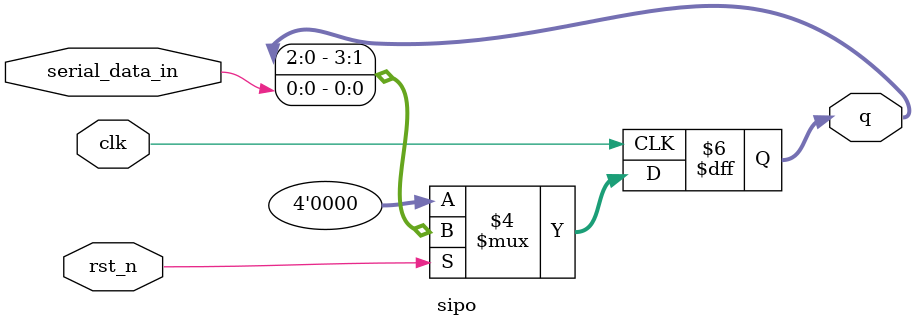
<source format=v>
module sipo (
    input serial_data_in,
    input clk,
    input rst_n,
    output reg [3:0] q
);

    always@(posedge clk) begin
        if (!rst_n)
            q <= 4'b0000;
        else
            q[3:0]<= {q[2:0],serial_data_in};
    end

endmodule
</source>
